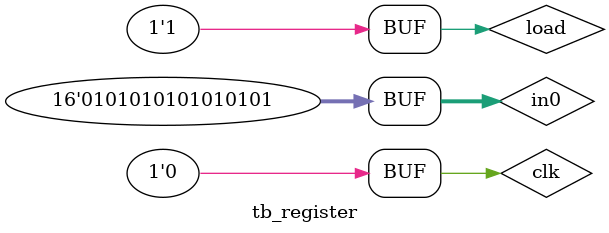
<source format=v>
`timescale 1ns / 1ps


module tb_register;
//    input clk,
//    input [15:0] in0,
//    output reg[15:0] result

    reg clk;
    reg load;
    reg [15:0] in0;
    
    wire [15:0] result;
    
    register uut (
        .clk(clk),
        .load(load),
        .in0(in0),
        .result(result)
    );
    
    initial begin
        $display ("register Test Bench");
        
        clk = 0;
        in0 = 0;
        
        #50
        
        // make sure value doesn't instantly update
        in0 = 'h7777;
        #50
        if ( result == 'h7777 ) $display("Test 0 FAIL");
        
        // test no clocking
        in0 = 'h6666;
        load = 1;
        #50
        if ( result == 'h6666 ) $display("Test 1 FAIL");
        
        // test clocking
        in0 = 'h5555;
        load = 1;
        #10
        clk = 1;
        #10
        clk = 0;
        #50
        if (result != 'h5555 ) $display("Test 2 FAIL");
        
        
    end

endmodule

</source>
